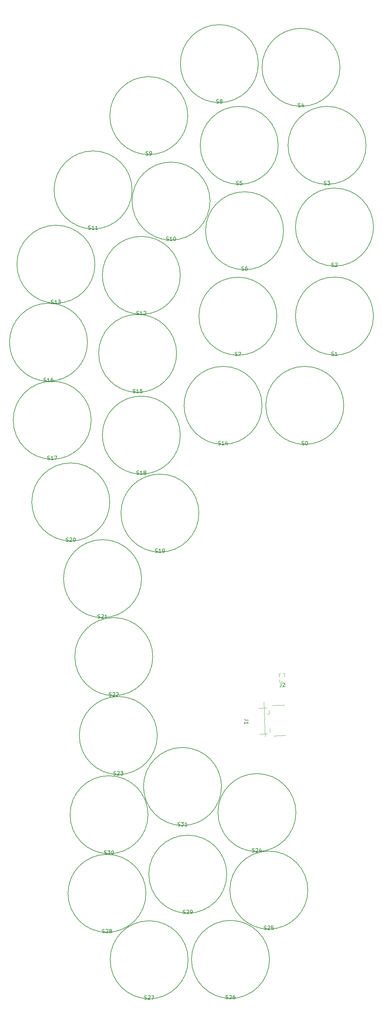
<source format=gto>
G04 #@! TF.GenerationSoftware,KiCad,Pcbnew,(5.0.0)*
G04 #@! TF.CreationDate,2020-01-29T13:46:14+01:00*
G04 #@! TF.ProjectId,Insole_PCB,496E736F6C655F5043422E6B69636164,rev?*
G04 #@! TF.SameCoordinates,Original*
G04 #@! TF.FileFunction,Legend,Top*
G04 #@! TF.FilePolarity,Positive*
%FSLAX46Y46*%
G04 Gerber Fmt 4.6, Leading zero omitted, Abs format (unit mm)*
G04 Created by KiCad (PCBNEW (5.0.0)) date 01/29/20 13:46:14*
%MOMM*%
%LPD*%
G01*
G04 APERTURE LIST*
%ADD10C,0.120000*%
%ADD11C,0.010000*%
%ADD12C,0.200000*%
%ADD13C,0.150000*%
G04 APERTURE END LIST*
D10*
G04 #@! TO.C,J2*
X200683929Y-190512519D02*
X201377236Y-190464038D01*
X200636146Y-189829188D02*
X200683929Y-190512519D01*
X201888464Y-189054944D02*
X201974977Y-189048895D01*
X200588363Y-189145856D02*
X200674876Y-189139807D01*
X201974977Y-189048895D02*
X201913940Y-188176026D01*
X200588363Y-189145856D02*
X200527326Y-188272988D01*
X201614165Y-188196989D02*
X201913940Y-188176026D01*
X200527326Y-188272988D02*
X200827101Y-188252026D01*
D11*
G04 #@! TO.C,J1*
X197150969Y-197512742D02*
X195002278Y-197587776D01*
X197441745Y-204406794D02*
X195243085Y-204483573D01*
X196768346Y-205180767D02*
X196442035Y-195836462D01*
D10*
X201975329Y-196693875D02*
X198747297Y-196806601D01*
X197860092Y-198048320D02*
X197897783Y-199127662D01*
X198044234Y-203034932D02*
X198081926Y-204114274D01*
X202261505Y-204888880D02*
X199033473Y-205001606D01*
X197897783Y-199127662D02*
X197468045Y-199142669D01*
D12*
G04 #@! TO.C,S0*
X217939453Y-116030707D02*
G75*
G03X217939453Y-116030707I-10500000J0D01*
G01*
G04 #@! TO.C,S1*
X225939453Y-91980707D02*
G75*
G03X225939453Y-91980707I-10500000J0D01*
G01*
G04 #@! TO.C,S2*
X225939453Y-68030707D02*
G75*
G03X225939453Y-68030707I-10500000J0D01*
G01*
G04 #@! TO.C,S3*
X223939453Y-46030707D02*
G75*
G03X223939453Y-46030707I-10500000J0D01*
G01*
G04 #@! TO.C,S4*
X216939453Y-25030707D02*
G75*
G03X216939453Y-25030707I-10500000J0D01*
G01*
G04 #@! TO.C,S5*
X200289453Y-46030707D02*
G75*
G03X200289453Y-46030707I-10500000J0D01*
G01*
G04 #@! TO.C,S6*
X201729453Y-69020707D02*
G75*
G03X201729453Y-69020707I-10500000J0D01*
G01*
G04 #@! TO.C,S7*
X199939453Y-92030707D02*
G75*
G03X199939453Y-92030707I-10500000J0D01*
G01*
G04 #@! TO.C,S8*
X194939453Y-24030707D02*
G75*
G03X194939453Y-24030707I-10500000J0D01*
G01*
G04 #@! TO.C,S9*
X175939453Y-38030707D02*
G75*
G03X175939453Y-38030707I-10500000J0D01*
G01*
G04 #@! TO.C,S10*
X181939453Y-61030707D02*
G75*
G03X181939453Y-61030707I-10500000J0D01*
G01*
G04 #@! TO.C,S11*
X160939453Y-58030707D02*
G75*
G03X160939453Y-58030707I-10500000J0D01*
G01*
G04 #@! TO.C,S12*
X173939453Y-81030707D02*
G75*
G03X173939453Y-81030707I-10500000J0D01*
G01*
G04 #@! TO.C,S13*
X150939453Y-78030707D02*
G75*
G03X150939453Y-78030707I-10500000J0D01*
G01*
G04 #@! TO.C,S14*
X195939453Y-116030707D02*
G75*
G03X195939453Y-116030707I-10500000J0D01*
G01*
G04 #@! TO.C,S15*
X172939453Y-102030707D02*
G75*
G03X172939453Y-102030707I-10500000J0D01*
G01*
G04 #@! TO.C,S16*
X148939453Y-99030707D02*
G75*
G03X148939453Y-99030707I-10500000J0D01*
G01*
G04 #@! TO.C,S17*
X149939453Y-120030707D02*
G75*
G03X149939453Y-120030707I-10500000J0D01*
G01*
G04 #@! TO.C,S18*
X173939453Y-124030707D02*
G75*
G03X173939453Y-124030707I-10500000J0D01*
G01*
G04 #@! TO.C,S19*
X178939453Y-145030707D02*
G75*
G03X178939453Y-145030707I-10500000J0D01*
G01*
G04 #@! TO.C,S20*
X154939453Y-142030707D02*
G75*
G03X154939453Y-142030707I-10500000J0D01*
G01*
G04 #@! TO.C,S21*
X163489453Y-162680707D02*
G75*
G03X163489453Y-162680707I-10500000J0D01*
G01*
G04 #@! TO.C,S22*
X166519453Y-183660707D02*
G75*
G03X166519453Y-183660707I-10500000J0D01*
G01*
G04 #@! TO.C,S23*
X167739453Y-204910707D02*
G75*
G03X167739453Y-204910707I-10500000J0D01*
G01*
G04 #@! TO.C,S24*
X205059453Y-225650707D02*
G75*
G03X205059453Y-225650707I-10500000J0D01*
G01*
G04 #@! TO.C,S25*
X208269453Y-246520707D02*
G75*
G03X208269453Y-246520707I-10500000J0D01*
G01*
G04 #@! TO.C,S26*
X197939453Y-265180707D02*
G75*
G03X197939453Y-265180707I-10500000J0D01*
G01*
G04 #@! TO.C,S27*
X176039453Y-265280707D02*
G75*
G03X176039453Y-265280707I-10500000J0D01*
G01*
G04 #@! TO.C,S28*
X164689453Y-247400707D02*
G75*
G03X164689453Y-247400707I-10500000J0D01*
G01*
G04 #@! TO.C,S29*
X186439453Y-242230707D02*
G75*
G03X186439453Y-242230707I-10500000J0D01*
G01*
G04 #@! TO.C,S30*
X165239453Y-226230707D02*
G75*
G03X165239453Y-226230707I-10500000J0D01*
G01*
G04 #@! TO.C,S31*
X185019453Y-218630707D02*
G75*
G03X185019453Y-218630707I-10500000J0D01*
G01*
G04 #@! TO.C,J2*
D13*
X201067551Y-190813874D02*
X201117377Y-191526419D01*
X201079839Y-191672250D01*
X200991477Y-191773900D01*
X200852289Y-191831368D01*
X200757283Y-191838012D01*
X201501722Y-190878984D02*
X201545903Y-190828159D01*
X201637588Y-190774013D01*
X201875103Y-190757404D01*
X201973431Y-190798264D01*
X202024256Y-190842445D01*
X202078402Y-190934129D01*
X202085046Y-191029135D01*
X202047508Y-191174966D01*
X201517332Y-191784864D01*
X202134872Y-191741681D01*
G04 #@! TO.C,J1*
X192260405Y-200802091D02*
X191546554Y-200827019D01*
X191402122Y-200784414D01*
X191303618Y-200692558D01*
X191251043Y-200551450D01*
X191247719Y-200456270D01*
X191295913Y-201836381D02*
X191275971Y-201265300D01*
X191285942Y-201550841D02*
X192285333Y-201515941D01*
X192139239Y-201425747D01*
X192040735Y-201333890D01*
X191989821Y-201240372D01*
G04 #@! TO.C,S0*
X206677548Y-126635468D02*
X206820405Y-126683087D01*
X207058500Y-126683087D01*
X207153738Y-126635468D01*
X207201357Y-126587849D01*
X207248976Y-126492611D01*
X207248976Y-126397373D01*
X207201357Y-126302135D01*
X207153738Y-126254516D01*
X207058500Y-126206897D01*
X206868024Y-126159278D01*
X206772786Y-126111659D01*
X206725167Y-126064040D01*
X206677548Y-125968802D01*
X206677548Y-125873564D01*
X206725167Y-125778326D01*
X206772786Y-125730707D01*
X206868024Y-125683087D01*
X207106119Y-125683087D01*
X207248976Y-125730707D01*
X207868024Y-125683087D02*
X207963262Y-125683087D01*
X208058500Y-125730707D01*
X208106119Y-125778326D01*
X208153738Y-125873564D01*
X208201357Y-126064040D01*
X208201357Y-126302135D01*
X208153738Y-126492611D01*
X208106119Y-126587849D01*
X208058500Y-126635468D01*
X207963262Y-126683087D01*
X207868024Y-126683087D01*
X207772786Y-126635468D01*
X207725167Y-126587849D01*
X207677548Y-126492611D01*
X207629929Y-126302135D01*
X207629929Y-126064040D01*
X207677548Y-125873564D01*
X207725167Y-125778326D01*
X207772786Y-125730707D01*
X207868024Y-125683087D01*
G04 #@! TO.C,S1*
X214677548Y-102585468D02*
X214820405Y-102633087D01*
X215058500Y-102633087D01*
X215153738Y-102585468D01*
X215201357Y-102537849D01*
X215248976Y-102442611D01*
X215248976Y-102347373D01*
X215201357Y-102252135D01*
X215153738Y-102204516D01*
X215058500Y-102156897D01*
X214868024Y-102109278D01*
X214772786Y-102061659D01*
X214725167Y-102014040D01*
X214677548Y-101918802D01*
X214677548Y-101823564D01*
X214725167Y-101728326D01*
X214772786Y-101680707D01*
X214868024Y-101633087D01*
X215106119Y-101633087D01*
X215248976Y-101680707D01*
X216201357Y-102633087D02*
X215629929Y-102633087D01*
X215915643Y-102633087D02*
X215915643Y-101633087D01*
X215820405Y-101775945D01*
X215725167Y-101871183D01*
X215629929Y-101918802D01*
G04 #@! TO.C,S2*
X214677548Y-78635468D02*
X214820405Y-78683087D01*
X215058500Y-78683087D01*
X215153738Y-78635468D01*
X215201357Y-78587849D01*
X215248976Y-78492611D01*
X215248976Y-78397373D01*
X215201357Y-78302135D01*
X215153738Y-78254516D01*
X215058500Y-78206897D01*
X214868024Y-78159278D01*
X214772786Y-78111659D01*
X214725167Y-78064040D01*
X214677548Y-77968802D01*
X214677548Y-77873564D01*
X214725167Y-77778326D01*
X214772786Y-77730707D01*
X214868024Y-77683087D01*
X215106119Y-77683087D01*
X215248976Y-77730707D01*
X215629929Y-77778326D02*
X215677548Y-77730707D01*
X215772786Y-77683087D01*
X216010881Y-77683087D01*
X216106119Y-77730707D01*
X216153738Y-77778326D01*
X216201357Y-77873564D01*
X216201357Y-77968802D01*
X216153738Y-78111659D01*
X215582310Y-78683087D01*
X216201357Y-78683087D01*
G04 #@! TO.C,S3*
X212677548Y-56635468D02*
X212820405Y-56683087D01*
X213058500Y-56683087D01*
X213153738Y-56635468D01*
X213201357Y-56587849D01*
X213248976Y-56492611D01*
X213248976Y-56397373D01*
X213201357Y-56302135D01*
X213153738Y-56254516D01*
X213058500Y-56206897D01*
X212868024Y-56159278D01*
X212772786Y-56111659D01*
X212725167Y-56064040D01*
X212677548Y-55968802D01*
X212677548Y-55873564D01*
X212725167Y-55778326D01*
X212772786Y-55730707D01*
X212868024Y-55683087D01*
X213106119Y-55683087D01*
X213248976Y-55730707D01*
X213582310Y-55683087D02*
X214201357Y-55683087D01*
X213868024Y-56064040D01*
X214010881Y-56064040D01*
X214106119Y-56111659D01*
X214153738Y-56159278D01*
X214201357Y-56254516D01*
X214201357Y-56492611D01*
X214153738Y-56587849D01*
X214106119Y-56635468D01*
X214010881Y-56683087D01*
X213725167Y-56683087D01*
X213629929Y-56635468D01*
X213582310Y-56587849D01*
G04 #@! TO.C,S4*
X205677548Y-35635468D02*
X205820405Y-35683087D01*
X206058500Y-35683087D01*
X206153738Y-35635468D01*
X206201357Y-35587849D01*
X206248976Y-35492611D01*
X206248976Y-35397373D01*
X206201357Y-35302135D01*
X206153738Y-35254516D01*
X206058500Y-35206897D01*
X205868024Y-35159278D01*
X205772786Y-35111659D01*
X205725167Y-35064040D01*
X205677548Y-34968802D01*
X205677548Y-34873564D01*
X205725167Y-34778326D01*
X205772786Y-34730707D01*
X205868024Y-34683087D01*
X206106119Y-34683087D01*
X206248976Y-34730707D01*
X207106119Y-35016421D02*
X207106119Y-35683087D01*
X206868024Y-34635468D02*
X206629929Y-35349754D01*
X207248976Y-35349754D01*
G04 #@! TO.C,S5*
X189027548Y-56635468D02*
X189170405Y-56683087D01*
X189408500Y-56683087D01*
X189503738Y-56635468D01*
X189551357Y-56587849D01*
X189598976Y-56492611D01*
X189598976Y-56397373D01*
X189551357Y-56302135D01*
X189503738Y-56254516D01*
X189408500Y-56206897D01*
X189218024Y-56159278D01*
X189122786Y-56111659D01*
X189075167Y-56064040D01*
X189027548Y-55968802D01*
X189027548Y-55873564D01*
X189075167Y-55778326D01*
X189122786Y-55730707D01*
X189218024Y-55683087D01*
X189456119Y-55683087D01*
X189598976Y-55730707D01*
X190503738Y-55683087D02*
X190027548Y-55683087D01*
X189979929Y-56159278D01*
X190027548Y-56111659D01*
X190122786Y-56064040D01*
X190360881Y-56064040D01*
X190456119Y-56111659D01*
X190503738Y-56159278D01*
X190551357Y-56254516D01*
X190551357Y-56492611D01*
X190503738Y-56587849D01*
X190456119Y-56635468D01*
X190360881Y-56683087D01*
X190122786Y-56683087D01*
X190027548Y-56635468D01*
X189979929Y-56587849D01*
G04 #@! TO.C,S6*
X190467548Y-79625468D02*
X190610405Y-79673087D01*
X190848500Y-79673087D01*
X190943738Y-79625468D01*
X190991357Y-79577849D01*
X191038976Y-79482611D01*
X191038976Y-79387373D01*
X190991357Y-79292135D01*
X190943738Y-79244516D01*
X190848500Y-79196897D01*
X190658024Y-79149278D01*
X190562786Y-79101659D01*
X190515167Y-79054040D01*
X190467548Y-78958802D01*
X190467548Y-78863564D01*
X190515167Y-78768326D01*
X190562786Y-78720707D01*
X190658024Y-78673087D01*
X190896119Y-78673087D01*
X191038976Y-78720707D01*
X191896119Y-78673087D02*
X191705643Y-78673087D01*
X191610405Y-78720707D01*
X191562786Y-78768326D01*
X191467548Y-78911183D01*
X191419929Y-79101659D01*
X191419929Y-79482611D01*
X191467548Y-79577849D01*
X191515167Y-79625468D01*
X191610405Y-79673087D01*
X191800881Y-79673087D01*
X191896119Y-79625468D01*
X191943738Y-79577849D01*
X191991357Y-79482611D01*
X191991357Y-79244516D01*
X191943738Y-79149278D01*
X191896119Y-79101659D01*
X191800881Y-79054040D01*
X191610405Y-79054040D01*
X191515167Y-79101659D01*
X191467548Y-79149278D01*
X191419929Y-79244516D01*
G04 #@! TO.C,S7*
X188677548Y-102635468D02*
X188820405Y-102683087D01*
X189058500Y-102683087D01*
X189153738Y-102635468D01*
X189201357Y-102587849D01*
X189248976Y-102492611D01*
X189248976Y-102397373D01*
X189201357Y-102302135D01*
X189153738Y-102254516D01*
X189058500Y-102206897D01*
X188868024Y-102159278D01*
X188772786Y-102111659D01*
X188725167Y-102064040D01*
X188677548Y-101968802D01*
X188677548Y-101873564D01*
X188725167Y-101778326D01*
X188772786Y-101730707D01*
X188868024Y-101683087D01*
X189106119Y-101683087D01*
X189248976Y-101730707D01*
X189582310Y-101683087D02*
X190248976Y-101683087D01*
X189820405Y-102683087D01*
G04 #@! TO.C,S8*
X183677548Y-34635468D02*
X183820405Y-34683087D01*
X184058500Y-34683087D01*
X184153738Y-34635468D01*
X184201357Y-34587849D01*
X184248976Y-34492611D01*
X184248976Y-34397373D01*
X184201357Y-34302135D01*
X184153738Y-34254516D01*
X184058500Y-34206897D01*
X183868024Y-34159278D01*
X183772786Y-34111659D01*
X183725167Y-34064040D01*
X183677548Y-33968802D01*
X183677548Y-33873564D01*
X183725167Y-33778326D01*
X183772786Y-33730707D01*
X183868024Y-33683087D01*
X184106119Y-33683087D01*
X184248976Y-33730707D01*
X184820405Y-34111659D02*
X184725167Y-34064040D01*
X184677548Y-34016421D01*
X184629929Y-33921183D01*
X184629929Y-33873564D01*
X184677548Y-33778326D01*
X184725167Y-33730707D01*
X184820405Y-33683087D01*
X185010881Y-33683087D01*
X185106119Y-33730707D01*
X185153738Y-33778326D01*
X185201357Y-33873564D01*
X185201357Y-33921183D01*
X185153738Y-34016421D01*
X185106119Y-34064040D01*
X185010881Y-34111659D01*
X184820405Y-34111659D01*
X184725167Y-34159278D01*
X184677548Y-34206897D01*
X184629929Y-34302135D01*
X184629929Y-34492611D01*
X184677548Y-34587849D01*
X184725167Y-34635468D01*
X184820405Y-34683087D01*
X185010881Y-34683087D01*
X185106119Y-34635468D01*
X185153738Y-34587849D01*
X185201357Y-34492611D01*
X185201357Y-34302135D01*
X185153738Y-34206897D01*
X185106119Y-34159278D01*
X185010881Y-34111659D01*
G04 #@! TO.C,S9*
X164677548Y-48635468D02*
X164820405Y-48683087D01*
X165058500Y-48683087D01*
X165153738Y-48635468D01*
X165201357Y-48587849D01*
X165248976Y-48492611D01*
X165248976Y-48397373D01*
X165201357Y-48302135D01*
X165153738Y-48254516D01*
X165058500Y-48206897D01*
X164868024Y-48159278D01*
X164772786Y-48111659D01*
X164725167Y-48064040D01*
X164677548Y-47968802D01*
X164677548Y-47873564D01*
X164725167Y-47778326D01*
X164772786Y-47730707D01*
X164868024Y-47683087D01*
X165106119Y-47683087D01*
X165248976Y-47730707D01*
X165725167Y-48683087D02*
X165915643Y-48683087D01*
X166010881Y-48635468D01*
X166058500Y-48587849D01*
X166153738Y-48444992D01*
X166201357Y-48254516D01*
X166201357Y-47873564D01*
X166153738Y-47778326D01*
X166106119Y-47730707D01*
X166010881Y-47683087D01*
X165820405Y-47683087D01*
X165725167Y-47730707D01*
X165677548Y-47778326D01*
X165629929Y-47873564D01*
X165629929Y-48111659D01*
X165677548Y-48206897D01*
X165725167Y-48254516D01*
X165820405Y-48302135D01*
X166010881Y-48302135D01*
X166106119Y-48254516D01*
X166153738Y-48206897D01*
X166201357Y-48111659D01*
G04 #@! TO.C,S10*
X170201357Y-71635468D02*
X170344214Y-71683087D01*
X170582310Y-71683087D01*
X170677548Y-71635468D01*
X170725167Y-71587849D01*
X170772786Y-71492611D01*
X170772786Y-71397373D01*
X170725167Y-71302135D01*
X170677548Y-71254516D01*
X170582310Y-71206897D01*
X170391833Y-71159278D01*
X170296595Y-71111659D01*
X170248976Y-71064040D01*
X170201357Y-70968802D01*
X170201357Y-70873564D01*
X170248976Y-70778326D01*
X170296595Y-70730707D01*
X170391833Y-70683087D01*
X170629929Y-70683087D01*
X170772786Y-70730707D01*
X171725167Y-71683087D02*
X171153738Y-71683087D01*
X171439453Y-71683087D02*
X171439453Y-70683087D01*
X171344214Y-70825945D01*
X171248976Y-70921183D01*
X171153738Y-70968802D01*
X172344214Y-70683087D02*
X172439453Y-70683087D01*
X172534691Y-70730707D01*
X172582310Y-70778326D01*
X172629929Y-70873564D01*
X172677548Y-71064040D01*
X172677548Y-71302135D01*
X172629929Y-71492611D01*
X172582310Y-71587849D01*
X172534691Y-71635468D01*
X172439453Y-71683087D01*
X172344214Y-71683087D01*
X172248976Y-71635468D01*
X172201357Y-71587849D01*
X172153738Y-71492611D01*
X172106119Y-71302135D01*
X172106119Y-71064040D01*
X172153738Y-70873564D01*
X172201357Y-70778326D01*
X172248976Y-70730707D01*
X172344214Y-70683087D01*
G04 #@! TO.C,S11*
X149201357Y-68635468D02*
X149344214Y-68683087D01*
X149582310Y-68683087D01*
X149677548Y-68635468D01*
X149725167Y-68587849D01*
X149772786Y-68492611D01*
X149772786Y-68397373D01*
X149725167Y-68302135D01*
X149677548Y-68254516D01*
X149582310Y-68206897D01*
X149391833Y-68159278D01*
X149296595Y-68111659D01*
X149248976Y-68064040D01*
X149201357Y-67968802D01*
X149201357Y-67873564D01*
X149248976Y-67778326D01*
X149296595Y-67730707D01*
X149391833Y-67683087D01*
X149629929Y-67683087D01*
X149772786Y-67730707D01*
X150725167Y-68683087D02*
X150153738Y-68683087D01*
X150439453Y-68683087D02*
X150439453Y-67683087D01*
X150344214Y-67825945D01*
X150248976Y-67921183D01*
X150153738Y-67968802D01*
X151677548Y-68683087D02*
X151106119Y-68683087D01*
X151391833Y-68683087D02*
X151391833Y-67683087D01*
X151296595Y-67825945D01*
X151201357Y-67921183D01*
X151106119Y-67968802D01*
G04 #@! TO.C,S12*
X162201357Y-91635468D02*
X162344214Y-91683087D01*
X162582310Y-91683087D01*
X162677548Y-91635468D01*
X162725167Y-91587849D01*
X162772786Y-91492611D01*
X162772786Y-91397373D01*
X162725167Y-91302135D01*
X162677548Y-91254516D01*
X162582310Y-91206897D01*
X162391833Y-91159278D01*
X162296595Y-91111659D01*
X162248976Y-91064040D01*
X162201357Y-90968802D01*
X162201357Y-90873564D01*
X162248976Y-90778326D01*
X162296595Y-90730707D01*
X162391833Y-90683087D01*
X162629929Y-90683087D01*
X162772786Y-90730707D01*
X163725167Y-91683087D02*
X163153738Y-91683087D01*
X163439453Y-91683087D02*
X163439453Y-90683087D01*
X163344214Y-90825945D01*
X163248976Y-90921183D01*
X163153738Y-90968802D01*
X164106119Y-90778326D02*
X164153738Y-90730707D01*
X164248976Y-90683087D01*
X164487072Y-90683087D01*
X164582310Y-90730707D01*
X164629929Y-90778326D01*
X164677548Y-90873564D01*
X164677548Y-90968802D01*
X164629929Y-91111659D01*
X164058500Y-91683087D01*
X164677548Y-91683087D01*
G04 #@! TO.C,S13*
X139201357Y-88635468D02*
X139344214Y-88683087D01*
X139582310Y-88683087D01*
X139677548Y-88635468D01*
X139725167Y-88587849D01*
X139772786Y-88492611D01*
X139772786Y-88397373D01*
X139725167Y-88302135D01*
X139677548Y-88254516D01*
X139582310Y-88206897D01*
X139391833Y-88159278D01*
X139296595Y-88111659D01*
X139248976Y-88064040D01*
X139201357Y-87968802D01*
X139201357Y-87873564D01*
X139248976Y-87778326D01*
X139296595Y-87730707D01*
X139391833Y-87683087D01*
X139629929Y-87683087D01*
X139772786Y-87730707D01*
X140725167Y-88683087D02*
X140153738Y-88683087D01*
X140439453Y-88683087D02*
X140439453Y-87683087D01*
X140344214Y-87825945D01*
X140248976Y-87921183D01*
X140153738Y-87968802D01*
X141058500Y-87683087D02*
X141677548Y-87683087D01*
X141344214Y-88064040D01*
X141487072Y-88064040D01*
X141582310Y-88111659D01*
X141629929Y-88159278D01*
X141677548Y-88254516D01*
X141677548Y-88492611D01*
X141629929Y-88587849D01*
X141582310Y-88635468D01*
X141487072Y-88683087D01*
X141201357Y-88683087D01*
X141106119Y-88635468D01*
X141058500Y-88587849D01*
G04 #@! TO.C,S14*
X184201357Y-126635468D02*
X184344214Y-126683087D01*
X184582310Y-126683087D01*
X184677548Y-126635468D01*
X184725167Y-126587849D01*
X184772786Y-126492611D01*
X184772786Y-126397373D01*
X184725167Y-126302135D01*
X184677548Y-126254516D01*
X184582310Y-126206897D01*
X184391833Y-126159278D01*
X184296595Y-126111659D01*
X184248976Y-126064040D01*
X184201357Y-125968802D01*
X184201357Y-125873564D01*
X184248976Y-125778326D01*
X184296595Y-125730707D01*
X184391833Y-125683087D01*
X184629929Y-125683087D01*
X184772786Y-125730707D01*
X185725167Y-126683087D02*
X185153738Y-126683087D01*
X185439453Y-126683087D02*
X185439453Y-125683087D01*
X185344214Y-125825945D01*
X185248976Y-125921183D01*
X185153738Y-125968802D01*
X186582310Y-126016421D02*
X186582310Y-126683087D01*
X186344214Y-125635468D02*
X186106119Y-126349754D01*
X186725167Y-126349754D01*
G04 #@! TO.C,S15*
X161201357Y-112635468D02*
X161344214Y-112683087D01*
X161582310Y-112683087D01*
X161677548Y-112635468D01*
X161725167Y-112587849D01*
X161772786Y-112492611D01*
X161772786Y-112397373D01*
X161725167Y-112302135D01*
X161677548Y-112254516D01*
X161582310Y-112206897D01*
X161391833Y-112159278D01*
X161296595Y-112111659D01*
X161248976Y-112064040D01*
X161201357Y-111968802D01*
X161201357Y-111873564D01*
X161248976Y-111778326D01*
X161296595Y-111730707D01*
X161391833Y-111683087D01*
X161629929Y-111683087D01*
X161772786Y-111730707D01*
X162725167Y-112683087D02*
X162153738Y-112683087D01*
X162439453Y-112683087D02*
X162439453Y-111683087D01*
X162344214Y-111825945D01*
X162248976Y-111921183D01*
X162153738Y-111968802D01*
X163629929Y-111683087D02*
X163153738Y-111683087D01*
X163106119Y-112159278D01*
X163153738Y-112111659D01*
X163248976Y-112064040D01*
X163487072Y-112064040D01*
X163582310Y-112111659D01*
X163629929Y-112159278D01*
X163677548Y-112254516D01*
X163677548Y-112492611D01*
X163629929Y-112587849D01*
X163582310Y-112635468D01*
X163487072Y-112683087D01*
X163248976Y-112683087D01*
X163153738Y-112635468D01*
X163106119Y-112587849D01*
G04 #@! TO.C,S16*
X137201357Y-109635468D02*
X137344214Y-109683087D01*
X137582310Y-109683087D01*
X137677548Y-109635468D01*
X137725167Y-109587849D01*
X137772786Y-109492611D01*
X137772786Y-109397373D01*
X137725167Y-109302135D01*
X137677548Y-109254516D01*
X137582310Y-109206897D01*
X137391833Y-109159278D01*
X137296595Y-109111659D01*
X137248976Y-109064040D01*
X137201357Y-108968802D01*
X137201357Y-108873564D01*
X137248976Y-108778326D01*
X137296595Y-108730707D01*
X137391833Y-108683087D01*
X137629929Y-108683087D01*
X137772786Y-108730707D01*
X138725167Y-109683087D02*
X138153738Y-109683087D01*
X138439453Y-109683087D02*
X138439453Y-108683087D01*
X138344214Y-108825945D01*
X138248976Y-108921183D01*
X138153738Y-108968802D01*
X139582310Y-108683087D02*
X139391833Y-108683087D01*
X139296595Y-108730707D01*
X139248976Y-108778326D01*
X139153738Y-108921183D01*
X139106119Y-109111659D01*
X139106119Y-109492611D01*
X139153738Y-109587849D01*
X139201357Y-109635468D01*
X139296595Y-109683087D01*
X139487072Y-109683087D01*
X139582310Y-109635468D01*
X139629929Y-109587849D01*
X139677548Y-109492611D01*
X139677548Y-109254516D01*
X139629929Y-109159278D01*
X139582310Y-109111659D01*
X139487072Y-109064040D01*
X139296595Y-109064040D01*
X139201357Y-109111659D01*
X139153738Y-109159278D01*
X139106119Y-109254516D01*
G04 #@! TO.C,S17*
X138201357Y-130635468D02*
X138344214Y-130683087D01*
X138582310Y-130683087D01*
X138677548Y-130635468D01*
X138725167Y-130587849D01*
X138772786Y-130492611D01*
X138772786Y-130397373D01*
X138725167Y-130302135D01*
X138677548Y-130254516D01*
X138582310Y-130206897D01*
X138391833Y-130159278D01*
X138296595Y-130111659D01*
X138248976Y-130064040D01*
X138201357Y-129968802D01*
X138201357Y-129873564D01*
X138248976Y-129778326D01*
X138296595Y-129730707D01*
X138391833Y-129683087D01*
X138629929Y-129683087D01*
X138772786Y-129730707D01*
X139725167Y-130683087D02*
X139153738Y-130683087D01*
X139439453Y-130683087D02*
X139439453Y-129683087D01*
X139344214Y-129825945D01*
X139248976Y-129921183D01*
X139153738Y-129968802D01*
X140058500Y-129683087D02*
X140725167Y-129683087D01*
X140296595Y-130683087D01*
G04 #@! TO.C,S18*
X162201357Y-134635468D02*
X162344214Y-134683087D01*
X162582310Y-134683087D01*
X162677548Y-134635468D01*
X162725167Y-134587849D01*
X162772786Y-134492611D01*
X162772786Y-134397373D01*
X162725167Y-134302135D01*
X162677548Y-134254516D01*
X162582310Y-134206897D01*
X162391833Y-134159278D01*
X162296595Y-134111659D01*
X162248976Y-134064040D01*
X162201357Y-133968802D01*
X162201357Y-133873564D01*
X162248976Y-133778326D01*
X162296595Y-133730707D01*
X162391833Y-133683087D01*
X162629929Y-133683087D01*
X162772786Y-133730707D01*
X163725167Y-134683087D02*
X163153738Y-134683087D01*
X163439453Y-134683087D02*
X163439453Y-133683087D01*
X163344214Y-133825945D01*
X163248976Y-133921183D01*
X163153738Y-133968802D01*
X164296595Y-134111659D02*
X164201357Y-134064040D01*
X164153738Y-134016421D01*
X164106119Y-133921183D01*
X164106119Y-133873564D01*
X164153738Y-133778326D01*
X164201357Y-133730707D01*
X164296595Y-133683087D01*
X164487072Y-133683087D01*
X164582310Y-133730707D01*
X164629929Y-133778326D01*
X164677548Y-133873564D01*
X164677548Y-133921183D01*
X164629929Y-134016421D01*
X164582310Y-134064040D01*
X164487072Y-134111659D01*
X164296595Y-134111659D01*
X164201357Y-134159278D01*
X164153738Y-134206897D01*
X164106119Y-134302135D01*
X164106119Y-134492611D01*
X164153738Y-134587849D01*
X164201357Y-134635468D01*
X164296595Y-134683087D01*
X164487072Y-134683087D01*
X164582310Y-134635468D01*
X164629929Y-134587849D01*
X164677548Y-134492611D01*
X164677548Y-134302135D01*
X164629929Y-134206897D01*
X164582310Y-134159278D01*
X164487072Y-134111659D01*
G04 #@! TO.C,S19*
X167201357Y-155635468D02*
X167344214Y-155683087D01*
X167582310Y-155683087D01*
X167677548Y-155635468D01*
X167725167Y-155587849D01*
X167772786Y-155492611D01*
X167772786Y-155397373D01*
X167725167Y-155302135D01*
X167677548Y-155254516D01*
X167582310Y-155206897D01*
X167391833Y-155159278D01*
X167296595Y-155111659D01*
X167248976Y-155064040D01*
X167201357Y-154968802D01*
X167201357Y-154873564D01*
X167248976Y-154778326D01*
X167296595Y-154730707D01*
X167391833Y-154683087D01*
X167629929Y-154683087D01*
X167772786Y-154730707D01*
X168725167Y-155683087D02*
X168153738Y-155683087D01*
X168439453Y-155683087D02*
X168439453Y-154683087D01*
X168344214Y-154825945D01*
X168248976Y-154921183D01*
X168153738Y-154968802D01*
X169201357Y-155683087D02*
X169391833Y-155683087D01*
X169487072Y-155635468D01*
X169534691Y-155587849D01*
X169629929Y-155444992D01*
X169677548Y-155254516D01*
X169677548Y-154873564D01*
X169629929Y-154778326D01*
X169582310Y-154730707D01*
X169487072Y-154683087D01*
X169296595Y-154683087D01*
X169201357Y-154730707D01*
X169153738Y-154778326D01*
X169106119Y-154873564D01*
X169106119Y-155111659D01*
X169153738Y-155206897D01*
X169201357Y-155254516D01*
X169296595Y-155302135D01*
X169487072Y-155302135D01*
X169582310Y-155254516D01*
X169629929Y-155206897D01*
X169677548Y-155111659D01*
G04 #@! TO.C,S20*
X143201357Y-152635468D02*
X143344214Y-152683087D01*
X143582310Y-152683087D01*
X143677548Y-152635468D01*
X143725167Y-152587849D01*
X143772786Y-152492611D01*
X143772786Y-152397373D01*
X143725167Y-152302135D01*
X143677548Y-152254516D01*
X143582310Y-152206897D01*
X143391833Y-152159278D01*
X143296595Y-152111659D01*
X143248976Y-152064040D01*
X143201357Y-151968802D01*
X143201357Y-151873564D01*
X143248976Y-151778326D01*
X143296595Y-151730707D01*
X143391833Y-151683087D01*
X143629929Y-151683087D01*
X143772786Y-151730707D01*
X144153738Y-151778326D02*
X144201357Y-151730707D01*
X144296595Y-151683087D01*
X144534691Y-151683087D01*
X144629929Y-151730707D01*
X144677548Y-151778326D01*
X144725167Y-151873564D01*
X144725167Y-151968802D01*
X144677548Y-152111659D01*
X144106119Y-152683087D01*
X144725167Y-152683087D01*
X145344214Y-151683087D02*
X145439453Y-151683087D01*
X145534691Y-151730707D01*
X145582310Y-151778326D01*
X145629929Y-151873564D01*
X145677548Y-152064040D01*
X145677548Y-152302135D01*
X145629929Y-152492611D01*
X145582310Y-152587849D01*
X145534691Y-152635468D01*
X145439453Y-152683087D01*
X145344214Y-152683087D01*
X145248976Y-152635468D01*
X145201357Y-152587849D01*
X145153738Y-152492611D01*
X145106119Y-152302135D01*
X145106119Y-152064040D01*
X145153738Y-151873564D01*
X145201357Y-151778326D01*
X145248976Y-151730707D01*
X145344214Y-151683087D01*
G04 #@! TO.C,S21*
X151751357Y-173285468D02*
X151894214Y-173333087D01*
X152132310Y-173333087D01*
X152227548Y-173285468D01*
X152275167Y-173237849D01*
X152322786Y-173142611D01*
X152322786Y-173047373D01*
X152275167Y-172952135D01*
X152227548Y-172904516D01*
X152132310Y-172856897D01*
X151941833Y-172809278D01*
X151846595Y-172761659D01*
X151798976Y-172714040D01*
X151751357Y-172618802D01*
X151751357Y-172523564D01*
X151798976Y-172428326D01*
X151846595Y-172380707D01*
X151941833Y-172333087D01*
X152179929Y-172333087D01*
X152322786Y-172380707D01*
X152703738Y-172428326D02*
X152751357Y-172380707D01*
X152846595Y-172333087D01*
X153084691Y-172333087D01*
X153179929Y-172380707D01*
X153227548Y-172428326D01*
X153275167Y-172523564D01*
X153275167Y-172618802D01*
X153227548Y-172761659D01*
X152656119Y-173333087D01*
X153275167Y-173333087D01*
X154227548Y-173333087D02*
X153656119Y-173333087D01*
X153941833Y-173333087D02*
X153941833Y-172333087D01*
X153846595Y-172475945D01*
X153751357Y-172571183D01*
X153656119Y-172618802D01*
G04 #@! TO.C,S22*
X154781357Y-194265468D02*
X154924214Y-194313087D01*
X155162310Y-194313087D01*
X155257548Y-194265468D01*
X155305167Y-194217849D01*
X155352786Y-194122611D01*
X155352786Y-194027373D01*
X155305167Y-193932135D01*
X155257548Y-193884516D01*
X155162310Y-193836897D01*
X154971833Y-193789278D01*
X154876595Y-193741659D01*
X154828976Y-193694040D01*
X154781357Y-193598802D01*
X154781357Y-193503564D01*
X154828976Y-193408326D01*
X154876595Y-193360707D01*
X154971833Y-193313087D01*
X155209929Y-193313087D01*
X155352786Y-193360707D01*
X155733738Y-193408326D02*
X155781357Y-193360707D01*
X155876595Y-193313087D01*
X156114691Y-193313087D01*
X156209929Y-193360707D01*
X156257548Y-193408326D01*
X156305167Y-193503564D01*
X156305167Y-193598802D01*
X156257548Y-193741659D01*
X155686119Y-194313087D01*
X156305167Y-194313087D01*
X156686119Y-193408326D02*
X156733738Y-193360707D01*
X156828976Y-193313087D01*
X157067072Y-193313087D01*
X157162310Y-193360707D01*
X157209929Y-193408326D01*
X157257548Y-193503564D01*
X157257548Y-193598802D01*
X157209929Y-193741659D01*
X156638500Y-194313087D01*
X157257548Y-194313087D01*
G04 #@! TO.C,S23*
X156001357Y-215515468D02*
X156144214Y-215563087D01*
X156382310Y-215563087D01*
X156477548Y-215515468D01*
X156525167Y-215467849D01*
X156572786Y-215372611D01*
X156572786Y-215277373D01*
X156525167Y-215182135D01*
X156477548Y-215134516D01*
X156382310Y-215086897D01*
X156191833Y-215039278D01*
X156096595Y-214991659D01*
X156048976Y-214944040D01*
X156001357Y-214848802D01*
X156001357Y-214753564D01*
X156048976Y-214658326D01*
X156096595Y-214610707D01*
X156191833Y-214563087D01*
X156429929Y-214563087D01*
X156572786Y-214610707D01*
X156953738Y-214658326D02*
X157001357Y-214610707D01*
X157096595Y-214563087D01*
X157334691Y-214563087D01*
X157429929Y-214610707D01*
X157477548Y-214658326D01*
X157525167Y-214753564D01*
X157525167Y-214848802D01*
X157477548Y-214991659D01*
X156906119Y-215563087D01*
X157525167Y-215563087D01*
X157858500Y-214563087D02*
X158477548Y-214563087D01*
X158144214Y-214944040D01*
X158287072Y-214944040D01*
X158382310Y-214991659D01*
X158429929Y-215039278D01*
X158477548Y-215134516D01*
X158477548Y-215372611D01*
X158429929Y-215467849D01*
X158382310Y-215515468D01*
X158287072Y-215563087D01*
X158001357Y-215563087D01*
X157906119Y-215515468D01*
X157858500Y-215467849D01*
G04 #@! TO.C,S24*
X193321357Y-236255468D02*
X193464214Y-236303087D01*
X193702310Y-236303087D01*
X193797548Y-236255468D01*
X193845167Y-236207849D01*
X193892786Y-236112611D01*
X193892786Y-236017373D01*
X193845167Y-235922135D01*
X193797548Y-235874516D01*
X193702310Y-235826897D01*
X193511833Y-235779278D01*
X193416595Y-235731659D01*
X193368976Y-235684040D01*
X193321357Y-235588802D01*
X193321357Y-235493564D01*
X193368976Y-235398326D01*
X193416595Y-235350707D01*
X193511833Y-235303087D01*
X193749929Y-235303087D01*
X193892786Y-235350707D01*
X194273738Y-235398326D02*
X194321357Y-235350707D01*
X194416595Y-235303087D01*
X194654691Y-235303087D01*
X194749929Y-235350707D01*
X194797548Y-235398326D01*
X194845167Y-235493564D01*
X194845167Y-235588802D01*
X194797548Y-235731659D01*
X194226119Y-236303087D01*
X194845167Y-236303087D01*
X195702310Y-235636421D02*
X195702310Y-236303087D01*
X195464214Y-235255468D02*
X195226119Y-235969754D01*
X195845167Y-235969754D01*
G04 #@! TO.C,S25*
X196531357Y-257125468D02*
X196674214Y-257173087D01*
X196912310Y-257173087D01*
X197007548Y-257125468D01*
X197055167Y-257077849D01*
X197102786Y-256982611D01*
X197102786Y-256887373D01*
X197055167Y-256792135D01*
X197007548Y-256744516D01*
X196912310Y-256696897D01*
X196721833Y-256649278D01*
X196626595Y-256601659D01*
X196578976Y-256554040D01*
X196531357Y-256458802D01*
X196531357Y-256363564D01*
X196578976Y-256268326D01*
X196626595Y-256220707D01*
X196721833Y-256173087D01*
X196959929Y-256173087D01*
X197102786Y-256220707D01*
X197483738Y-256268326D02*
X197531357Y-256220707D01*
X197626595Y-256173087D01*
X197864691Y-256173087D01*
X197959929Y-256220707D01*
X198007548Y-256268326D01*
X198055167Y-256363564D01*
X198055167Y-256458802D01*
X198007548Y-256601659D01*
X197436119Y-257173087D01*
X198055167Y-257173087D01*
X198959929Y-256173087D02*
X198483738Y-256173087D01*
X198436119Y-256649278D01*
X198483738Y-256601659D01*
X198578976Y-256554040D01*
X198817072Y-256554040D01*
X198912310Y-256601659D01*
X198959929Y-256649278D01*
X199007548Y-256744516D01*
X199007548Y-256982611D01*
X198959929Y-257077849D01*
X198912310Y-257125468D01*
X198817072Y-257173087D01*
X198578976Y-257173087D01*
X198483738Y-257125468D01*
X198436119Y-257077849D01*
G04 #@! TO.C,S26*
X186201357Y-275785468D02*
X186344214Y-275833087D01*
X186582310Y-275833087D01*
X186677548Y-275785468D01*
X186725167Y-275737849D01*
X186772786Y-275642611D01*
X186772786Y-275547373D01*
X186725167Y-275452135D01*
X186677548Y-275404516D01*
X186582310Y-275356897D01*
X186391833Y-275309278D01*
X186296595Y-275261659D01*
X186248976Y-275214040D01*
X186201357Y-275118802D01*
X186201357Y-275023564D01*
X186248976Y-274928326D01*
X186296595Y-274880707D01*
X186391833Y-274833087D01*
X186629929Y-274833087D01*
X186772786Y-274880707D01*
X187153738Y-274928326D02*
X187201357Y-274880707D01*
X187296595Y-274833087D01*
X187534691Y-274833087D01*
X187629929Y-274880707D01*
X187677548Y-274928326D01*
X187725167Y-275023564D01*
X187725167Y-275118802D01*
X187677548Y-275261659D01*
X187106119Y-275833087D01*
X187725167Y-275833087D01*
X188582310Y-274833087D02*
X188391833Y-274833087D01*
X188296595Y-274880707D01*
X188248976Y-274928326D01*
X188153738Y-275071183D01*
X188106119Y-275261659D01*
X188106119Y-275642611D01*
X188153738Y-275737849D01*
X188201357Y-275785468D01*
X188296595Y-275833087D01*
X188487072Y-275833087D01*
X188582310Y-275785468D01*
X188629929Y-275737849D01*
X188677548Y-275642611D01*
X188677548Y-275404516D01*
X188629929Y-275309278D01*
X188582310Y-275261659D01*
X188487072Y-275214040D01*
X188296595Y-275214040D01*
X188201357Y-275261659D01*
X188153738Y-275309278D01*
X188106119Y-275404516D01*
G04 #@! TO.C,S27*
X164301357Y-275885468D02*
X164444214Y-275933087D01*
X164682310Y-275933087D01*
X164777548Y-275885468D01*
X164825167Y-275837849D01*
X164872786Y-275742611D01*
X164872786Y-275647373D01*
X164825167Y-275552135D01*
X164777548Y-275504516D01*
X164682310Y-275456897D01*
X164491833Y-275409278D01*
X164396595Y-275361659D01*
X164348976Y-275314040D01*
X164301357Y-275218802D01*
X164301357Y-275123564D01*
X164348976Y-275028326D01*
X164396595Y-274980707D01*
X164491833Y-274933087D01*
X164729929Y-274933087D01*
X164872786Y-274980707D01*
X165253738Y-275028326D02*
X165301357Y-274980707D01*
X165396595Y-274933087D01*
X165634691Y-274933087D01*
X165729929Y-274980707D01*
X165777548Y-275028326D01*
X165825167Y-275123564D01*
X165825167Y-275218802D01*
X165777548Y-275361659D01*
X165206119Y-275933087D01*
X165825167Y-275933087D01*
X166158500Y-274933087D02*
X166825167Y-274933087D01*
X166396595Y-275933087D01*
G04 #@! TO.C,S28*
X152951357Y-258005468D02*
X153094214Y-258053087D01*
X153332310Y-258053087D01*
X153427548Y-258005468D01*
X153475167Y-257957849D01*
X153522786Y-257862611D01*
X153522786Y-257767373D01*
X153475167Y-257672135D01*
X153427548Y-257624516D01*
X153332310Y-257576897D01*
X153141833Y-257529278D01*
X153046595Y-257481659D01*
X152998976Y-257434040D01*
X152951357Y-257338802D01*
X152951357Y-257243564D01*
X152998976Y-257148326D01*
X153046595Y-257100707D01*
X153141833Y-257053087D01*
X153379929Y-257053087D01*
X153522786Y-257100707D01*
X153903738Y-257148326D02*
X153951357Y-257100707D01*
X154046595Y-257053087D01*
X154284691Y-257053087D01*
X154379929Y-257100707D01*
X154427548Y-257148326D01*
X154475167Y-257243564D01*
X154475167Y-257338802D01*
X154427548Y-257481659D01*
X153856119Y-258053087D01*
X154475167Y-258053087D01*
X155046595Y-257481659D02*
X154951357Y-257434040D01*
X154903738Y-257386421D01*
X154856119Y-257291183D01*
X154856119Y-257243564D01*
X154903738Y-257148326D01*
X154951357Y-257100707D01*
X155046595Y-257053087D01*
X155237072Y-257053087D01*
X155332310Y-257100707D01*
X155379929Y-257148326D01*
X155427548Y-257243564D01*
X155427548Y-257291183D01*
X155379929Y-257386421D01*
X155332310Y-257434040D01*
X155237072Y-257481659D01*
X155046595Y-257481659D01*
X154951357Y-257529278D01*
X154903738Y-257576897D01*
X154856119Y-257672135D01*
X154856119Y-257862611D01*
X154903738Y-257957849D01*
X154951357Y-258005468D01*
X155046595Y-258053087D01*
X155237072Y-258053087D01*
X155332310Y-258005468D01*
X155379929Y-257957849D01*
X155427548Y-257862611D01*
X155427548Y-257672135D01*
X155379929Y-257576897D01*
X155332310Y-257529278D01*
X155237072Y-257481659D01*
G04 #@! TO.C,S29*
X174701357Y-252835468D02*
X174844214Y-252883087D01*
X175082310Y-252883087D01*
X175177548Y-252835468D01*
X175225167Y-252787849D01*
X175272786Y-252692611D01*
X175272786Y-252597373D01*
X175225167Y-252502135D01*
X175177548Y-252454516D01*
X175082310Y-252406897D01*
X174891833Y-252359278D01*
X174796595Y-252311659D01*
X174748976Y-252264040D01*
X174701357Y-252168802D01*
X174701357Y-252073564D01*
X174748976Y-251978326D01*
X174796595Y-251930707D01*
X174891833Y-251883087D01*
X175129929Y-251883087D01*
X175272786Y-251930707D01*
X175653738Y-251978326D02*
X175701357Y-251930707D01*
X175796595Y-251883087D01*
X176034691Y-251883087D01*
X176129929Y-251930707D01*
X176177548Y-251978326D01*
X176225167Y-252073564D01*
X176225167Y-252168802D01*
X176177548Y-252311659D01*
X175606119Y-252883087D01*
X176225167Y-252883087D01*
X176701357Y-252883087D02*
X176891833Y-252883087D01*
X176987072Y-252835468D01*
X177034691Y-252787849D01*
X177129929Y-252644992D01*
X177177548Y-252454516D01*
X177177548Y-252073564D01*
X177129929Y-251978326D01*
X177082310Y-251930707D01*
X176987072Y-251883087D01*
X176796595Y-251883087D01*
X176701357Y-251930707D01*
X176653738Y-251978326D01*
X176606119Y-252073564D01*
X176606119Y-252311659D01*
X176653738Y-252406897D01*
X176701357Y-252454516D01*
X176796595Y-252502135D01*
X176987072Y-252502135D01*
X177082310Y-252454516D01*
X177129929Y-252406897D01*
X177177548Y-252311659D01*
G04 #@! TO.C,S30*
X153501357Y-236835468D02*
X153644214Y-236883087D01*
X153882310Y-236883087D01*
X153977548Y-236835468D01*
X154025167Y-236787849D01*
X154072786Y-236692611D01*
X154072786Y-236597373D01*
X154025167Y-236502135D01*
X153977548Y-236454516D01*
X153882310Y-236406897D01*
X153691833Y-236359278D01*
X153596595Y-236311659D01*
X153548976Y-236264040D01*
X153501357Y-236168802D01*
X153501357Y-236073564D01*
X153548976Y-235978326D01*
X153596595Y-235930707D01*
X153691833Y-235883087D01*
X153929929Y-235883087D01*
X154072786Y-235930707D01*
X154406119Y-235883087D02*
X155025167Y-235883087D01*
X154691833Y-236264040D01*
X154834691Y-236264040D01*
X154929929Y-236311659D01*
X154977548Y-236359278D01*
X155025167Y-236454516D01*
X155025167Y-236692611D01*
X154977548Y-236787849D01*
X154929929Y-236835468D01*
X154834691Y-236883087D01*
X154548976Y-236883087D01*
X154453738Y-236835468D01*
X154406119Y-236787849D01*
X155644214Y-235883087D02*
X155739453Y-235883087D01*
X155834691Y-235930707D01*
X155882310Y-235978326D01*
X155929929Y-236073564D01*
X155977548Y-236264040D01*
X155977548Y-236502135D01*
X155929929Y-236692611D01*
X155882310Y-236787849D01*
X155834691Y-236835468D01*
X155739453Y-236883087D01*
X155644214Y-236883087D01*
X155548976Y-236835468D01*
X155501357Y-236787849D01*
X155453738Y-236692611D01*
X155406119Y-236502135D01*
X155406119Y-236264040D01*
X155453738Y-236073564D01*
X155501357Y-235978326D01*
X155548976Y-235930707D01*
X155644214Y-235883087D01*
G04 #@! TO.C,S31*
X173281357Y-229235468D02*
X173424214Y-229283087D01*
X173662310Y-229283087D01*
X173757548Y-229235468D01*
X173805167Y-229187849D01*
X173852786Y-229092611D01*
X173852786Y-228997373D01*
X173805167Y-228902135D01*
X173757548Y-228854516D01*
X173662310Y-228806897D01*
X173471833Y-228759278D01*
X173376595Y-228711659D01*
X173328976Y-228664040D01*
X173281357Y-228568802D01*
X173281357Y-228473564D01*
X173328976Y-228378326D01*
X173376595Y-228330707D01*
X173471833Y-228283087D01*
X173709929Y-228283087D01*
X173852786Y-228330707D01*
X174186119Y-228283087D02*
X174805167Y-228283087D01*
X174471833Y-228664040D01*
X174614691Y-228664040D01*
X174709929Y-228711659D01*
X174757548Y-228759278D01*
X174805167Y-228854516D01*
X174805167Y-229092611D01*
X174757548Y-229187849D01*
X174709929Y-229235468D01*
X174614691Y-229283087D01*
X174328976Y-229283087D01*
X174233738Y-229235468D01*
X174186119Y-229187849D01*
X175757548Y-229283087D02*
X175186119Y-229283087D01*
X175471833Y-229283087D02*
X175471833Y-228283087D01*
X175376595Y-228425945D01*
X175281357Y-228521183D01*
X175186119Y-228568802D01*
G04 #@! TD*
M02*

</source>
